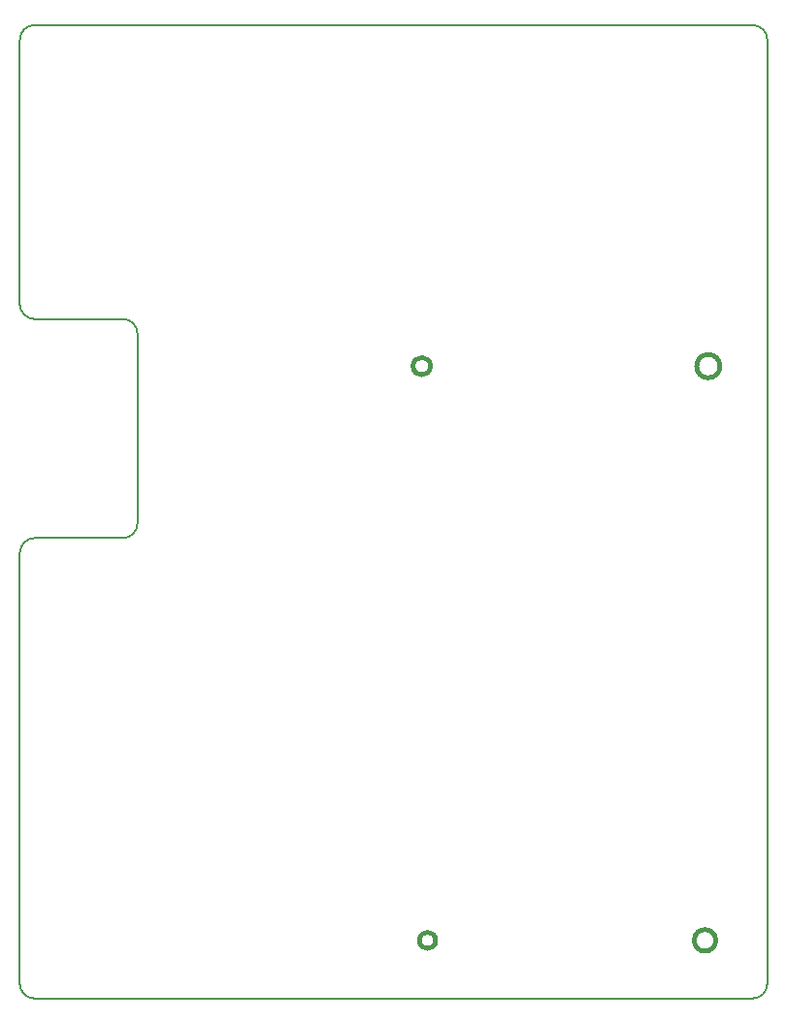
<source format=gko>
G04*
G04 #@! TF.GenerationSoftware,Altium Limited,Altium Designer,22.0.2 (36)*
G04*
G04 Layer_Color=16711935*
%FSLAX25Y25*%
%MOIN*%
G70*
G04*
G04 #@! TF.SameCoordinates,193994FF-6EAD-4761-9CDB-36F61985EFD9*
G04*
G04*
G04 #@! TF.FilePolarity,Positive*
G04*
G01*
G75*
%ADD12C,0.00787*%
%ADD97C,0.01500*%
D12*
X4605Y170669D02*
G03*
X-395Y165669I0J-5000D01*
G01*
X34961Y170669D02*
G03*
X39961Y175669I0J5000D01*
G01*
Y240965D02*
G03*
X34961Y245965I-5000J0D01*
G01*
X-395Y250965D02*
G03*
X4605Y245965I5000J0D01*
G01*
X251301Y12605D02*
G03*
X256301Y17605I0J5000D01*
G01*
Y341900D02*
G03*
X251301Y346900I-5000J0D01*
G01*
X4605D02*
G03*
X-395Y341900I0J-5000D01*
G01*
Y17605D02*
G03*
X4605Y12605I5000J0D01*
G01*
Y170669D02*
X34961D01*
X39961Y175669D02*
Y240965D01*
X4605Y245965D02*
X34961D01*
X-395Y250965D02*
Y341900D01*
X9290Y12605D02*
X251301D01*
X256301Y341900D02*
X256301Y17605D01*
X4605Y346900D02*
X251301D01*
X-395Y165669D02*
X-395Y17605D01*
X4605Y12605D02*
X9290D01*
D97*
X240061Y229742D02*
G03*
X240061Y229742I-4000J0D01*
G01*
X140636Y229742D02*
G03*
X140636Y229742I-3000J0D01*
G01*
X238627Y32541D02*
G03*
X238627Y32541I-3700J0D01*
G01*
X142427D02*
G03*
X142427Y32541I-2800J0D01*
G01*
M02*

</source>
